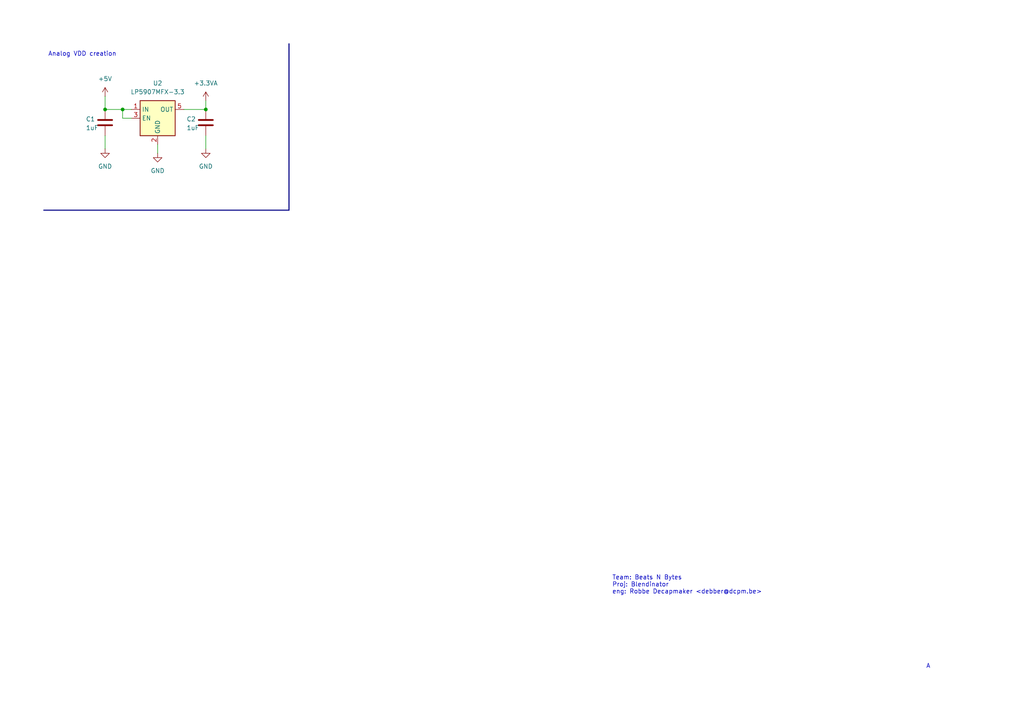
<source format=kicad_sch>
(kicad_sch (version 20231120) (generator "eeschema") (generator_version "8.0")
  (paper "A4")
  (lib_symbols
    (symbol "Device:C" (pin_numbers hide) (pin_names (offset 0.254))
      (property "Reference" "C" (at 0.635 2.54 0))
      (property "Value" "C" (at 0.635 -2.54 0))
      (symbol "C_0_1"
        (polyline (pts (xy -2.032 -0.762) (xy 2.032 -0.762)) (stroke (width 0.508)))
        (polyline (pts (xy -2.032 0.762) (xy 2.032 0.762)) (stroke (width 0.508)))
      )
      (symbol "C_1_1"
        (pin passive line (at 0 3.81 270) (length 2.794) (name "~") (number "1"))
        (pin passive line (at 0 -3.81 90) (length 2.794) (name "~") (number "2"))
      )
    )
    (symbol "Regulator_Linear:LP5907MFX-3.3"
      (property "Reference" "U" (at -3.81 6.35 0))
      (property "Value" "LP5907MFX-3.3" (at 6.35 6.35 0))
      (symbol "LP5907MFX-3.3_0_1"
        (rectangle (start -5.08 -5.08) (end 5.08 5.08) (stroke (width 0.254)) (fill (type background)))
        (pin power_in line (at -7.62 2.54 0) (length 2.54) (name "IN") (number "1"))
        (pin power_in line (at 0 -7.62 90) (length 2.54) (name "GND") (number "2"))
        (pin input line (at -7.62 0 0) (length 2.54) (name "EN") (number "3"))
        (pin no_connect line (at 5.08 0 180) (length 2.54) hide (name "NC") (number "4"))
        (pin power_out line (at 7.62 2.54 180) (length 2.54) (name "OUT") (number "5"))
      )
    )
    (symbol "power:+3.3VA" (power) (pin_numbers hide) (pin_names (offset 0) hide)
      (property "Value" "+3.3VA" (at 0 3.556 0))
      (symbol "+3.3VA_0_1"
        (polyline (pts (xy -0.762 1.27) (xy 0 2.54)))
        (polyline (pts (xy 0 0) (xy 0 2.54)))
        (polyline (pts (xy 0 2.54) (xy 0.762 1.27)))
      )
      (symbol "+3.3VA_1_1"
        (pin power_in line (at 0 0 90) (length 0) (name "~") (number "1"))
      )
    )
    (symbol "power:+5V" (power) (pin_numbers hide) (pin_names (offset 0) hide)
      (property "Value" "+5V" (at 0 3.556 0))
      (symbol "+5V_0_1"
        (polyline (pts (xy -0.762 1.27) (xy 0 2.54)))
        (polyline (pts (xy 0 0) (xy 0 2.54)))
        (polyline (pts (xy 0 2.54) (xy 0.762 1.27)))
      )
      (symbol "+5V_1_1"
        (pin power_in line (at 0 0 90) (length 0) (name "~") (number "1"))
      )
    )
    (symbol "power:GND" (power) (pin_numbers hide) (pin_names (offset 0) hide)
      (property "Value" "GND" (at 0 -3.81 0))
      (symbol "GND_0_1"
        (polyline (pts (xy 0 0) (xy 0 -1.27) (xy 1.27 -1.27) (xy 0 -2.54) (xy -1.27 -1.27) (xy 0 -1.27)))
      )
      (symbol "GND_1_1"
        (pin power_in line (at 0 0 270) (length 0) (name "~") (number "1"))
      )
    )
  )
  (junction (at 35.56 31.75))
  (junction (at 30.48 31.75))
  (junction (at 59.69 31.75))
  (bus (pts (xy 12.7 60.96) (xy 83.82 60.96)))
  (wire (pts (xy 45.72 41.91) (xy 45.72 44.45)))
  (wire (pts (xy 35.56 31.75) (xy 38.1 31.75)))
  (wire (pts (xy 30.48 27.94) (xy 30.48 31.75)))
  (wire (pts (xy 30.48 39.37) (xy 30.48 43.18)))
  (wire (pts (xy 35.56 34.29) (xy 35.56 31.75)))
  (bus (pts (xy 83.82 12.7) (xy 83.82 60.96)))
  (wire (pts (xy 59.69 31.75) (xy 59.69 29.21)))
  (wire (pts (xy 59.69 39.37) (xy 59.69 43.18)))
  (wire (pts (xy 53.34 31.75) (xy 59.69 31.75)))
  (wire (pts (xy 30.48 31.75) (xy 35.56 31.75)))
  (wire (pts (xy 38.1 34.29) (xy 35.56 34.29)))
  (text "Analog VDD creation" (at 23.876 15.748 0) (effects (font (size 1.27 1.27))))
  (text "Team: Beats N Bytes\nProj: Blendinator\neng: Robbe Decapmaker <debber@dcpm.be>" (at 177.546 169.672 0) (effects (font (size 1.27 1.27)) (justify left)))
  (text "A" (at 269.24 193.294 0) (effects (font (size 1.27 1.27))))
  (symbol (lib_id "power:GND") (at 45.72 44.45 0) (unit 1)
    (property "Reference" "#PWR013" (effects (hide yes)))
    (property "Value" "GND" (at 45.72 49.53 0))
    (property "Description" "Power symbol creates a global label with name \"GND\" , ground" (effects (hide yes)))
  )
  (symbol (lib_id "Device:C") (at 59.69 35.56 0) (unit 1)
    (property "Reference" "C2" (at 54.102 34.544 0) (effects (justify left)))
    (property "Value" "1uF" (at 54.102 37.084 0) (effects (justify left)))
    (property "Footprint" "Capacitor_SMD:C_0805_2012Metric" (effects (hide yes)))
    (property "Description" "Unpolarized capacitor" (effects (hide yes)))
  )
  (symbol (lib_id "power:+5V") (at 30.48 27.94 0) (unit 1)
    (property "Reference" "#PWR012" (effects (hide yes)))
    (property "Value" "+5V" (at 30.48 22.86 0))
    (property "Description" "Power symbol creates a global label with name \"+5V\"" (effects (hide yes)))
  )
  (symbol (lib_id "Regulator_Linear:LP5907MFX-3.3") (at 45.72 34.29 0) (unit 1)
    (property "Reference" "U2" (at 45.72 24.13 0))
    (property "Value" "LP5907MFX-3.3" (at 45.72 26.67 0))
    (property "Footprint" "Package_TO_SOT_SMD:SOT-23-5" (effects (hide yes)))
    (property "Datasheet" "http://www.ti.com/lit/ds/symlink/lp5907.pdf" (effects (hide yes)))
    (property "Description" "250-mA Ultra-Low-Noise Low-IQ LDO, 3.3V, SOT-23" (effects (hide yes)))
  )
  (symbol (lib_id "power:+3.3VA") (at 59.69 29.21 0) (unit 1)
    (property "Reference" "#PWR015" (effects (hide yes)))
    (property "Value" "+3.3VA" (at 59.69 24.13 0))
    (property "Description" "Power symbol creates a global label with name \"+3.3VA\"" (effects (hide yes)))
  )
  (symbol (lib_id "power:GND") (at 30.48 43.18 0) (unit 1)
    (property "Reference" "#PWR014" (effects (hide yes)))
    (property "Value" "GND" (at 30.48 48.26 0))
    (property "Description" "Power symbol creates a global label with name \"GND\" , ground" (effects (hide yes)))
  )
  (symbol (lib_id "Device:C") (at 30.48 35.56 0) (unit 1)
    (property "Reference" "C1" (at 24.892 34.544 0) (effects (justify left)))
    (property "Value" "1uF" (at 24.892 37.084 0) (effects (justify left)))
    (property "Footprint" "Capacitor_SMD:C_0805_2012Metric" (effects (hide yes)))
    (property "Description" "Unpolarized capacitor" (effects (hide yes)))
  )
  (symbol (lib_id "power:GND") (at 59.69 43.18 0) (unit 1)
    (property "Reference" "#PWR016" (effects (hide yes)))
    (property "Value" "GND" (at 59.69 48.26 0))
    (property "Description" "Power symbol creates a global label with name \"GND\" , ground" (effects (hide yes)))
  )
)
</source>
